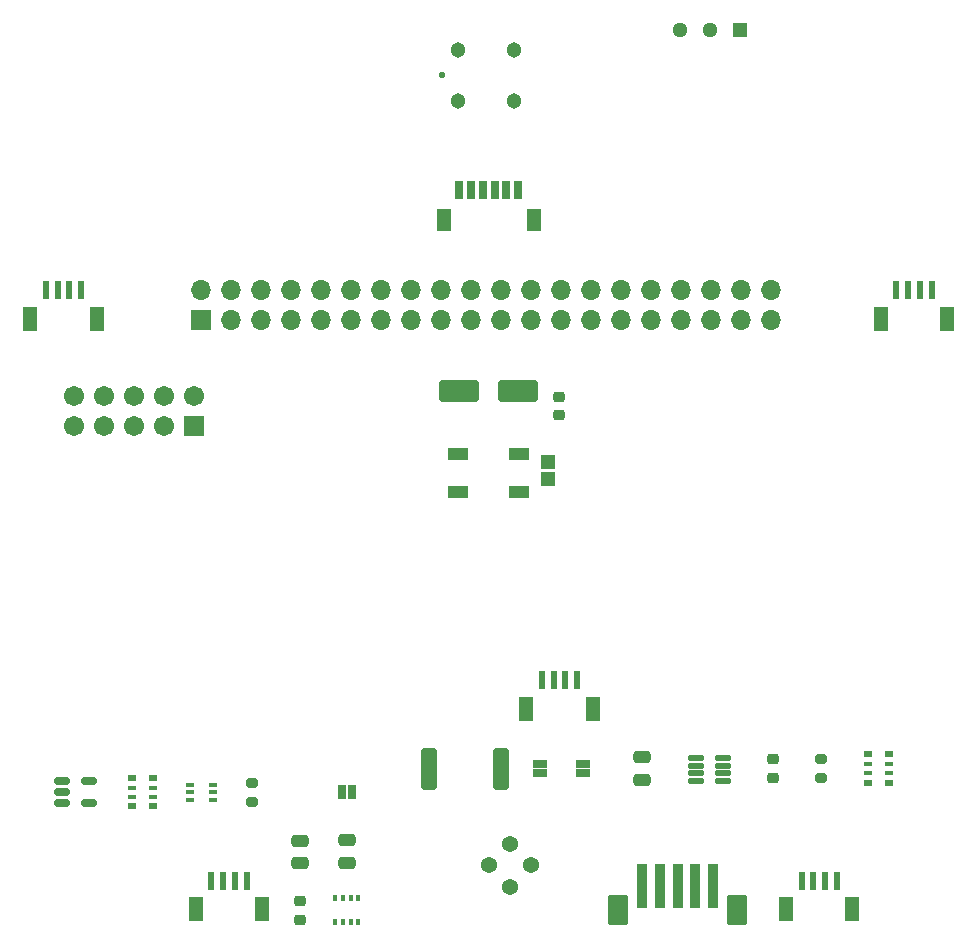
<source format=gbr>
%TF.GenerationSoftware,KiCad,Pcbnew,9.0.7*%
%TF.CreationDate,2026-01-09T13:12:47-06:00*%
%TF.ProjectId,dreamV1_0,64726561-6d56-4315-9f30-2e6b69636164,1*%
%TF.SameCoordinates,Original*%
%TF.FileFunction,Soldermask,Top*%
%TF.FilePolarity,Negative*%
%FSLAX46Y46*%
G04 Gerber Fmt 4.6, Leading zero omitted, Abs format (unit mm)*
G04 Created by KiCad (PCBNEW 9.0.7) date 2026-01-09 13:12:47*
%MOMM*%
%LPD*%
G01*
G04 APERTURE LIST*
G04 Aperture macros list*
%AMRoundRect*
0 Rectangle with rounded corners*
0 $1 Rounding radius*
0 $2 $3 $4 $5 $6 $7 $8 $9 X,Y pos of 4 corners*
0 Add a 4 corners polygon primitive as box body*
4,1,4,$2,$3,$4,$5,$6,$7,$8,$9,$2,$3,0*
0 Add four circle primitives for the rounded corners*
1,1,$1+$1,$2,$3*
1,1,$1+$1,$4,$5*
1,1,$1+$1,$6,$7*
1,1,$1+$1,$8,$9*
0 Add four rect primitives between the rounded corners*
20,1,$1+$1,$2,$3,$4,$5,0*
20,1,$1+$1,$4,$5,$6,$7,0*
20,1,$1+$1,$6,$7,$8,$9,0*
20,1,$1+$1,$8,$9,$2,$3,0*%
G04 Aperture macros list end*
%ADD10RoundRect,0.102000X0.350000X1.800000X-0.350000X1.800000X-0.350000X-1.800000X0.350000X-1.800000X0*%
%ADD11RoundRect,0.102000X0.750000X1.150000X-0.750000X1.150000X-0.750000X-1.150000X0.750000X-1.150000X0*%
%ADD12R,1.270000X0.635000*%
%ADD13RoundRect,0.150000X-0.512500X-0.150000X0.512500X-0.150000X0.512500X0.150000X-0.512500X0.150000X0*%
%ADD14R,0.350000X0.500000*%
%ADD15RoundRect,0.225000X0.250000X-0.225000X0.250000X0.225000X-0.250000X0.225000X-0.250000X-0.225000X0*%
%ADD16R,0.600000X1.550000*%
%ADD17R,1.200000X2.000000*%
%ADD18RoundRect,0.200000X0.275000X-0.200000X0.275000X0.200000X-0.275000X0.200000X-0.275000X-0.200000X0*%
%ADD19R,0.660400X1.549400*%
%ADD20R,1.193800X1.854200*%
%ADD21RoundRect,0.250000X-0.475000X0.250000X-0.475000X-0.250000X0.475000X-0.250000X0.475000X0.250000X0*%
%ADD22RoundRect,0.100000X-0.225000X-0.100000X0.225000X-0.100000X0.225000X0.100000X-0.225000X0.100000X0*%
%ADD23RoundRect,0.125000X-0.537500X-0.125000X0.537500X-0.125000X0.537500X0.125000X-0.537500X0.125000X0*%
%ADD24R,0.800000X0.500000*%
%ADD25R,0.800000X0.400000*%
%ADD26RoundRect,0.102000X-0.754000X-0.754000X0.754000X-0.754000X0.754000X0.754000X-0.754000X0.754000X0*%
%ADD27C,1.712000*%
%ADD28C,1.295400*%
%ADD29R,1.295400X1.295400*%
%ADD30R,0.635000X1.270000*%
%ADD31R,1.651000X1.000000*%
%ADD32RoundRect,0.102000X0.510000X-0.520000X0.510000X0.520000X-0.510000X0.520000X-0.510000X-0.520000X0*%
%ADD33RoundRect,0.102000X0.535000X1.635000X-0.535000X1.635000X-0.535000X-1.635000X0.535000X-1.635000X0*%
%ADD34RoundRect,0.225000X-0.250000X0.225000X-0.250000X-0.225000X0.250000X-0.225000X0.250000X0.225000X0*%
%ADD35RoundRect,0.223000X-1.479000X-0.669000X1.479000X-0.669000X1.479000X0.669000X-1.479000X0.669000X0*%
%ADD36R,1.700000X1.700000*%
%ADD37O,1.700000X1.700000*%
%ADD38C,1.371600*%
%ADD39C,0.580000*%
%ADD40C,1.304000*%
G04 APERTURE END LIST*
D10*
%TO.C,J3*%
X9000000Y-24950000D03*
X7500000Y-24950000D03*
X6000000Y-24950000D03*
X4500000Y-24950000D03*
X3000000Y-24950000D03*
D11*
X11050000Y-27000000D03*
X950000Y-27000000D03*
%TD*%
D12*
%TO.C,JP3*%
X-2000000Y-15406400D03*
X-2000000Y-14593600D03*
%TD*%
D13*
%TO.C,U1*%
X-46137500Y-16050000D03*
X-46137500Y-17000000D03*
X-46137500Y-17950000D03*
X-43862500Y-17950000D03*
X-43862500Y-16050000D03*
%TD*%
D14*
%TO.C,U2*%
X-22975000Y-25975000D03*
X-22325000Y-25975000D03*
X-21675000Y-25975000D03*
X-21025000Y-25975000D03*
X-21025000Y-28025000D03*
X-21675000Y-28025000D03*
X-22325000Y-28025000D03*
X-22975000Y-28025000D03*
%TD*%
D15*
%TO.C,C6*%
X-4000000Y14938950D03*
X-4000000Y16488950D03*
%TD*%
D16*
%TO.C,J4*%
X19500000Y-24489000D03*
X18500000Y-24489000D03*
X17500000Y-24489000D03*
X16500000Y-24489000D03*
D17*
X20800000Y-26914000D03*
X15200000Y-26914000D03*
%TD*%
D18*
%TO.C,R2*%
X-30000000Y-17825000D03*
X-30000000Y-16175000D03*
%TD*%
D19*
%TO.C,J7*%
X-7500000Y34000000D03*
X-8500000Y34000000D03*
X-9500001Y34000000D03*
X-10499999Y34000000D03*
X-11500000Y34000000D03*
X-12500000Y34000000D03*
D20*
X-13800000Y31474986D03*
X-6200000Y31474986D03*
%TD*%
D21*
%TO.C,C4*%
X3000000Y-14050000D03*
X3000000Y-15950000D03*
%TD*%
D22*
%TO.C,Q1*%
X-35253333Y-16350000D03*
X-35253333Y-17000000D03*
X-35253333Y-17650000D03*
X-33353333Y-17650000D03*
X-33353333Y-17000000D03*
X-33353333Y-16350000D03*
%TD*%
D23*
%TO.C,U3*%
X7530000Y-14100000D03*
X7530000Y-14750000D03*
X7530000Y-15400000D03*
X7530000Y-16050000D03*
X9805000Y-16050000D03*
X9805000Y-15400000D03*
X9805000Y-14750000D03*
X9805000Y-14100000D03*
%TD*%
D16*
%TO.C,J2*%
X-30500000Y-24489000D03*
X-31500000Y-24489000D03*
X-32500000Y-24489000D03*
X-33500000Y-24489000D03*
D17*
X-29200000Y-26914000D03*
X-34800000Y-26914000D03*
%TD*%
D24*
%TO.C,R5*%
X22100000Y-13800000D03*
D25*
X22100000Y-14600000D03*
X22100000Y-15400000D03*
D24*
X22100000Y-16200000D03*
X23900000Y-16200000D03*
D25*
X23900000Y-15400000D03*
X23900000Y-14600000D03*
D24*
X23900000Y-13800000D03*
%TD*%
D26*
%TO.C,J5*%
X-34920000Y13980000D03*
D27*
X-34920000Y16520000D03*
X-37460000Y13980000D03*
X-37460000Y16520000D03*
X-40000000Y13980000D03*
X-40000000Y16520000D03*
X-42540000Y13980000D03*
X-42540000Y16520000D03*
X-45080000Y13980000D03*
X-45080000Y16520000D03*
%TD*%
D28*
%TO.C,S1*%
X8760000Y47500000D03*
X6220000Y47500000D03*
D29*
X11300000Y47500000D03*
%TD*%
D30*
%TO.C,JP1*%
X-22406400Y-17000000D03*
X-21593600Y-17000000D03*
%TD*%
D31*
%TO.C,D1*%
X-7423000Y8400000D03*
X-7423000Y11600000D03*
X-12577000Y11600000D03*
X-12577000Y8400000D03*
%TD*%
D12*
%TO.C,JP2*%
X-5613600Y-15406400D03*
X-5613600Y-14593600D03*
%TD*%
D16*
%TO.C,J9*%
X27500000Y25511000D03*
X26500000Y25511000D03*
X25500000Y25511000D03*
X24500000Y25511000D03*
D17*
X28800000Y23086000D03*
X23200000Y23086000D03*
%TD*%
D24*
%TO.C,R1*%
X-40226667Y-15800000D03*
D25*
X-40226667Y-16600000D03*
X-40226667Y-17400000D03*
D24*
X-40226667Y-18200000D03*
X-38426667Y-18200000D03*
D25*
X-38426667Y-17400000D03*
X-38426667Y-16600000D03*
D24*
X-38426667Y-15800000D03*
%TD*%
D32*
%TO.C,R8*%
X-5000000Y9530000D03*
X-5000000Y11000000D03*
%TD*%
D21*
%TO.C,C2*%
X-26000000Y-21100000D03*
X-26000000Y-23000000D03*
%TD*%
%TO.C,C3*%
X-22000000Y-21050000D03*
X-22000000Y-22950000D03*
%TD*%
D33*
%TO.C,R4*%
X-8945000Y-15000000D03*
X-15055000Y-15000000D03*
%TD*%
D34*
%TO.C,C5*%
X14085000Y-14225000D03*
X14085000Y-15775000D03*
%TD*%
D18*
%TO.C,R3*%
X18182500Y-15825000D03*
X18182500Y-14175000D03*
%TD*%
D16*
%TO.C,J6*%
X-44500000Y25511000D03*
X-45500000Y25511000D03*
X-46500000Y25511000D03*
X-47500000Y25511000D03*
D17*
X-43200000Y23086000D03*
X-48800000Y23086000D03*
%TD*%
D35*
%TO.C,C7*%
X-7505000Y17000000D03*
X-12495000Y17000000D03*
%TD*%
D15*
%TO.C,C1*%
X-26000000Y-27775000D03*
X-26000000Y-26225000D03*
%TD*%
D16*
%TO.C,J8*%
X-2500000Y-7489000D03*
X-3500000Y-7489000D03*
X-4500000Y-7489000D03*
X-5500000Y-7489000D03*
D17*
X-1200000Y-9914000D03*
X-6800000Y-9914000D03*
%TD*%
D36*
%TO.C,J1*%
X-34320000Y22960000D03*
D37*
X-34320000Y25500000D03*
X-31780000Y22960000D03*
X-31780000Y25500000D03*
X-29240000Y22960000D03*
X-29240000Y25500000D03*
X-26700000Y22960000D03*
X-26700000Y25500000D03*
X-24160000Y22960000D03*
X-24160000Y25500000D03*
X-21620000Y22960000D03*
X-21620000Y25500000D03*
X-19080000Y22960000D03*
X-19080000Y25500000D03*
X-16540000Y22960000D03*
X-16540000Y25500000D03*
X-14000000Y22960000D03*
X-14000000Y25500000D03*
X-11460000Y22960000D03*
X-11460000Y25500000D03*
X-8920000Y22960000D03*
X-8920000Y25500000D03*
X-6380000Y22960000D03*
X-6380000Y25500000D03*
X-3840000Y22960000D03*
X-3840000Y25500000D03*
X-1300000Y22960000D03*
X-1300000Y25500000D03*
X1240000Y22960000D03*
X1240000Y25500000D03*
X3780000Y22960000D03*
X3780000Y25500000D03*
X6320000Y22960000D03*
X6320000Y25500000D03*
X8860000Y22960000D03*
X8860000Y25500000D03*
X11400000Y22960000D03*
X11400000Y25500000D03*
X13940000Y22960000D03*
X13940000Y25500000D03*
%TD*%
D38*
%TO.C,IC1*%
X-8200000Y-25000000D03*
X-9999999Y-23200000D03*
X-8200000Y-21400001D03*
X-6400001Y-23200000D03*
%TD*%
D39*
%TO.C,J11*%
X-13970000Y43700000D03*
D40*
X-7820000Y45850000D03*
X-12620000Y45850000D03*
X-7820000Y41550000D03*
X-12620000Y41550000D03*
%TD*%
M02*

</source>
